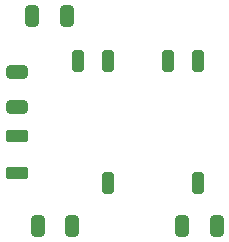
<source format=gbr>
%TF.GenerationSoftware,KiCad,Pcbnew,7.0.10*%
%TF.CreationDate,2024-02-11T10:34:46+07:00*%
%TF.ProjectId,HV-BOARD,48562d42-4f41-4524-942e-6b696361645f,rev?*%
%TF.SameCoordinates,PX86b4dd0PY68e7780*%
%TF.FileFunction,Paste,Top*%
%TF.FilePolarity,Positive*%
%FSLAX46Y46*%
G04 Gerber Fmt 4.6, Leading zero omitted, Abs format (unit mm)*
G04 Created by KiCad (PCBNEW 7.0.10) date 2024-02-11 10:34:46*
%MOMM*%
%LPD*%
G01*
G04 APERTURE LIST*
G04 Aperture macros list*
%AMRoundRect*
0 Rectangle with rounded corners*
0 $1 Rounding radius*
0 $2 $3 $4 $5 $6 $7 $8 $9 X,Y pos of 4 corners*
0 Add a 4 corners polygon primitive as box body*
4,1,4,$2,$3,$4,$5,$6,$7,$8,$9,$2,$3,0*
0 Add four circle primitives for the rounded corners*
1,1,$1+$1,$2,$3*
1,1,$1+$1,$4,$5*
1,1,$1+$1,$6,$7*
1,1,$1+$1,$8,$9*
0 Add four rect primitives between the rounded corners*
20,1,$1+$1,$2,$3,$4,$5,0*
20,1,$1+$1,$4,$5,$6,$7,0*
20,1,$1+$1,$6,$7,$8,$9,0*
20,1,$1+$1,$8,$9,$2,$3,0*%
G04 Aperture macros list end*
%ADD10RoundRect,0.250000X-0.325000X-0.650000X0.325000X-0.650000X0.325000X0.650000X-0.325000X0.650000X0*%
%ADD11RoundRect,0.250000X-0.650000X0.325000X-0.650000X-0.325000X0.650000X-0.325000X0.650000X0.325000X0*%
%ADD12RoundRect,0.250000X0.700000X-0.275000X0.700000X0.275000X-0.700000X0.275000X-0.700000X-0.275000X0*%
%ADD13RoundRect,0.250000X0.325000X0.650000X-0.325000X0.650000X-0.325000X-0.650000X0.325000X-0.650000X0*%
%ADD14RoundRect,0.250000X0.250000X0.675000X-0.250000X0.675000X-0.250000X-0.675000X0.250000X-0.675000X0*%
G04 APERTURE END LIST*
D10*
%TO.C,C12*%
X3525000Y19750000D03*
X6475000Y19750000D03*
%TD*%
D11*
%TO.C,C11*%
X2250000Y14975000D03*
X2250000Y12025000D03*
%TD*%
D12*
%TO.C,L1*%
X2250000Y6425000D03*
X2250000Y9575000D03*
%TD*%
D13*
%TO.C,C13*%
X19225000Y2000000D03*
X16275000Y2000000D03*
%TD*%
D10*
%TO.C,C10*%
X4025000Y2000000D03*
X6975000Y2000000D03*
%TD*%
D14*
%TO.C,B1*%
X17580000Y15925000D03*
X15040000Y15925000D03*
X9960000Y15925000D03*
X7420000Y15925000D03*
X9960000Y5575000D03*
X17580000Y5575000D03*
%TD*%
M02*

</source>
